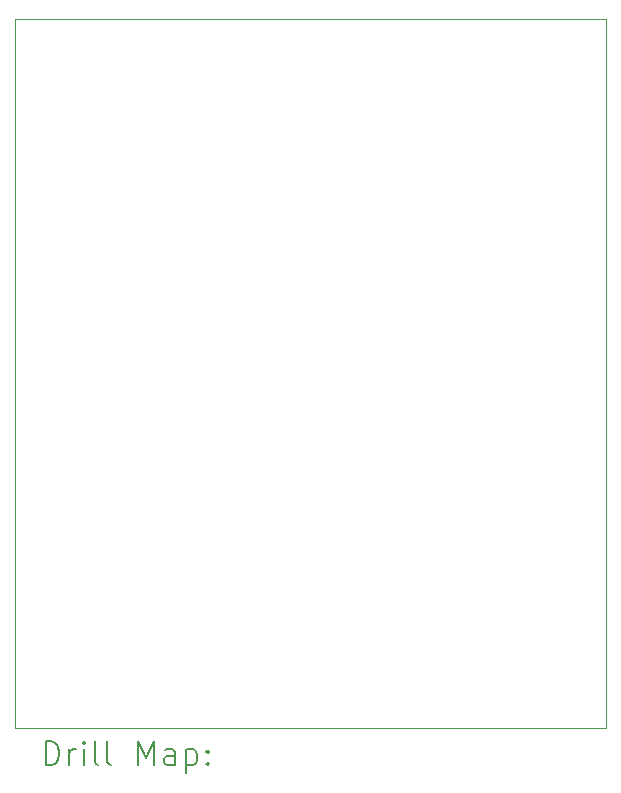
<source format=gbr>
%TF.GenerationSoftware,KiCad,Pcbnew,8.0.5*%
%TF.CreationDate,2024-11-24T11:45:10+01:00*%
%TF.ProjectId,wolkje-brain,776f6c6b-6a65-42d6-9272-61696e2e6b69,rev?*%
%TF.SameCoordinates,Original*%
%TF.FileFunction,Drillmap*%
%TF.FilePolarity,Positive*%
%FSLAX45Y45*%
G04 Gerber Fmt 4.5, Leading zero omitted, Abs format (unit mm)*
G04 Created by KiCad (PCBNEW 8.0.5) date 2024-11-24 11:45:10*
%MOMM*%
%LPD*%
G01*
G04 APERTURE LIST*
%ADD10C,0.100000*%
%ADD11C,0.200000*%
G04 APERTURE END LIST*
D10*
X5000000Y-5000000D02*
X10000000Y-5000000D01*
X10000000Y-11000000D01*
X5000000Y-11000000D01*
X5000000Y-5000000D01*
D11*
X5255777Y-11316484D02*
X5255777Y-11116484D01*
X5255777Y-11116484D02*
X5303396Y-11116484D01*
X5303396Y-11116484D02*
X5331967Y-11126008D01*
X5331967Y-11126008D02*
X5351015Y-11145055D01*
X5351015Y-11145055D02*
X5360539Y-11164103D01*
X5360539Y-11164103D02*
X5370063Y-11202198D01*
X5370063Y-11202198D02*
X5370063Y-11230769D01*
X5370063Y-11230769D02*
X5360539Y-11268865D01*
X5360539Y-11268865D02*
X5351015Y-11287912D01*
X5351015Y-11287912D02*
X5331967Y-11306960D01*
X5331967Y-11306960D02*
X5303396Y-11316484D01*
X5303396Y-11316484D02*
X5255777Y-11316484D01*
X5455777Y-11316484D02*
X5455777Y-11183150D01*
X5455777Y-11221246D02*
X5465301Y-11202198D01*
X5465301Y-11202198D02*
X5474824Y-11192674D01*
X5474824Y-11192674D02*
X5493872Y-11183150D01*
X5493872Y-11183150D02*
X5512920Y-11183150D01*
X5579586Y-11316484D02*
X5579586Y-11183150D01*
X5579586Y-11116484D02*
X5570063Y-11126008D01*
X5570063Y-11126008D02*
X5579586Y-11135531D01*
X5579586Y-11135531D02*
X5589110Y-11126008D01*
X5589110Y-11126008D02*
X5579586Y-11116484D01*
X5579586Y-11116484D02*
X5579586Y-11135531D01*
X5703396Y-11316484D02*
X5684348Y-11306960D01*
X5684348Y-11306960D02*
X5674824Y-11287912D01*
X5674824Y-11287912D02*
X5674824Y-11116484D01*
X5808158Y-11316484D02*
X5789110Y-11306960D01*
X5789110Y-11306960D02*
X5779586Y-11287912D01*
X5779586Y-11287912D02*
X5779586Y-11116484D01*
X6036729Y-11316484D02*
X6036729Y-11116484D01*
X6036729Y-11116484D02*
X6103396Y-11259341D01*
X6103396Y-11259341D02*
X6170062Y-11116484D01*
X6170062Y-11116484D02*
X6170062Y-11316484D01*
X6351015Y-11316484D02*
X6351015Y-11211722D01*
X6351015Y-11211722D02*
X6341491Y-11192674D01*
X6341491Y-11192674D02*
X6322443Y-11183150D01*
X6322443Y-11183150D02*
X6284348Y-11183150D01*
X6284348Y-11183150D02*
X6265301Y-11192674D01*
X6351015Y-11306960D02*
X6331967Y-11316484D01*
X6331967Y-11316484D02*
X6284348Y-11316484D01*
X6284348Y-11316484D02*
X6265301Y-11306960D01*
X6265301Y-11306960D02*
X6255777Y-11287912D01*
X6255777Y-11287912D02*
X6255777Y-11268865D01*
X6255777Y-11268865D02*
X6265301Y-11249817D01*
X6265301Y-11249817D02*
X6284348Y-11240293D01*
X6284348Y-11240293D02*
X6331967Y-11240293D01*
X6331967Y-11240293D02*
X6351015Y-11230769D01*
X6446253Y-11183150D02*
X6446253Y-11383150D01*
X6446253Y-11192674D02*
X6465301Y-11183150D01*
X6465301Y-11183150D02*
X6503396Y-11183150D01*
X6503396Y-11183150D02*
X6522443Y-11192674D01*
X6522443Y-11192674D02*
X6531967Y-11202198D01*
X6531967Y-11202198D02*
X6541491Y-11221246D01*
X6541491Y-11221246D02*
X6541491Y-11278388D01*
X6541491Y-11278388D02*
X6531967Y-11297436D01*
X6531967Y-11297436D02*
X6522443Y-11306960D01*
X6522443Y-11306960D02*
X6503396Y-11316484D01*
X6503396Y-11316484D02*
X6465301Y-11316484D01*
X6465301Y-11316484D02*
X6446253Y-11306960D01*
X6627205Y-11297436D02*
X6636729Y-11306960D01*
X6636729Y-11306960D02*
X6627205Y-11316484D01*
X6627205Y-11316484D02*
X6617682Y-11306960D01*
X6617682Y-11306960D02*
X6627205Y-11297436D01*
X6627205Y-11297436D02*
X6627205Y-11316484D01*
X6627205Y-11192674D02*
X6636729Y-11202198D01*
X6636729Y-11202198D02*
X6627205Y-11211722D01*
X6627205Y-11211722D02*
X6617682Y-11202198D01*
X6617682Y-11202198D02*
X6627205Y-11192674D01*
X6627205Y-11192674D02*
X6627205Y-11211722D01*
M02*

</source>
